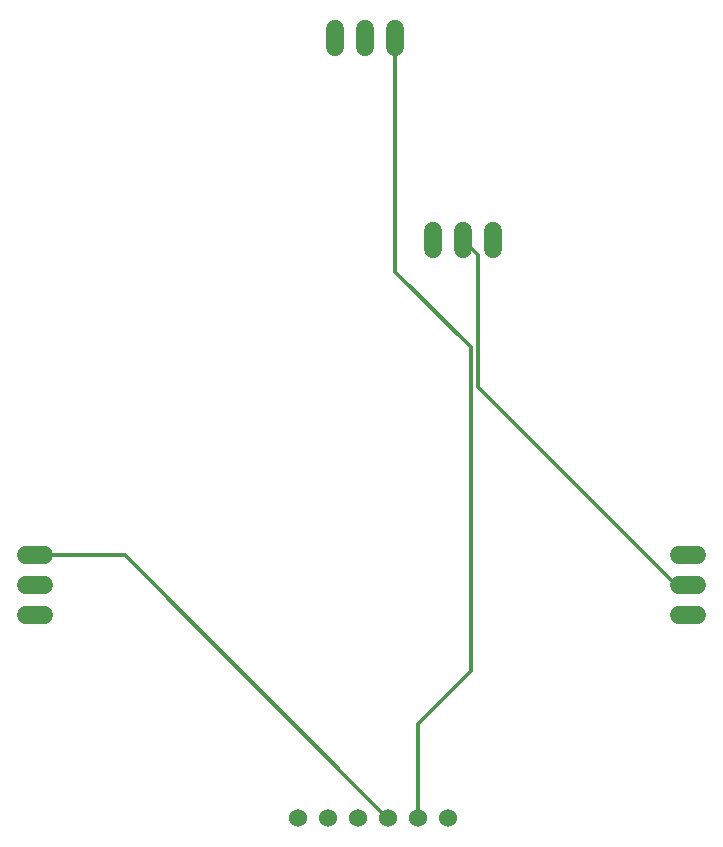
<source format=gbr>
G04 EAGLE Gerber RS-274X export*
G75*
%MOMM*%
%FSLAX34Y34*%
%LPD*%
%INBottom Copper*%
%IPPOS*%
%AMOC8*
5,1,8,0,0,1.08239X$1,22.5*%
G01*
%ADD10C,1.524000*%
%ADD11C,1.524000*%
%ADD12C,0.304800*%


D10*
X317500Y57150D03*
X292100Y57150D03*
X266700Y57150D03*
X342900Y57150D03*
X368300Y57150D03*
X393700Y57150D03*
D11*
X381000Y538480D02*
X381000Y553720D01*
X406400Y553720D02*
X406400Y538480D01*
X431800Y538480D02*
X431800Y553720D01*
X589280Y228600D02*
X604520Y228600D01*
X604520Y254000D02*
X589280Y254000D01*
X589280Y279400D02*
X604520Y279400D01*
X52070Y279400D02*
X36830Y279400D01*
X36830Y254000D02*
X52070Y254000D01*
X52070Y228600D02*
X36830Y228600D01*
X349250Y709930D02*
X349250Y725170D01*
X323850Y725170D02*
X323850Y709930D01*
X298450Y709930D02*
X298450Y725170D01*
D12*
X586740Y254254D02*
X595122Y254254D01*
X586740Y254254D02*
X419100Y421894D01*
X419100Y533654D01*
X407924Y544830D01*
X595122Y254254D02*
X596900Y254000D01*
X407924Y544830D02*
X406400Y546100D01*
X349250Y519684D02*
X349250Y717550D01*
X349250Y519684D02*
X413512Y455422D01*
X413512Y181610D01*
X368808Y136906D01*
X368808Y58674D01*
X368300Y57150D01*
X340868Y58674D02*
X120142Y279400D01*
X44450Y279400D01*
X340868Y58674D02*
X342900Y57150D01*
M02*

</source>
